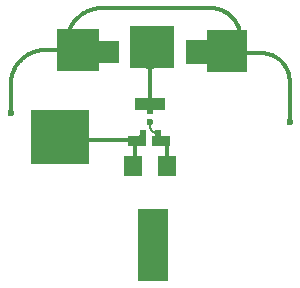
<source format=gtl>
G04 EAGLE Gerber X2 export*
G75*
%MOMM*%
%FSLAX34Y34*%
%LPD*%
%AMOC8*
5,1,8,0,0,1.08239X$1,22.5*%
G01*
%ADD10R,3.724963X3.555644*%
%ADD11R,3.555644X3.555644*%
%ADD12R,2.201113X1.947138*%
%ADD13R,3.555644X2.031794*%
%ADD14R,3.470981X3.640300*%
%ADD15R,4.910175X4.571544*%
%ADD16R,1.608506X0.846581*%
%ADD17R,1.608500X0.846581*%
%ADD18R,2.540000X1.016000*%
%ADD19R,2.540000X6.096000*%
%ADD20R,0.635000X1.270000*%
%ADD21R,0.600000X0.550000*%
%ADD22R,1.600000X1.803000*%
%ADD23C,0.203200*%
%ADD24C,0.304800*%
%ADD25C,0.600000*%


D10*
X128680Y190481D03*
D11*
X66033Y187941D03*
D12*
X89738Y186671D03*
D13*
X175242Y186248D03*
D14*
X191751Y187518D03*
D15*
X50795Y114289D03*
D16*
X115558Y110902D03*
D17*
X136300Y110902D03*
D18*
X127000Y142240D03*
D19*
X129540Y22860D03*
D20*
X67089Y111352D03*
D21*
X120500Y117750D03*
X133500Y117750D03*
X127000Y136250D03*
D20*
X127000Y177800D03*
D22*
X141220Y90170D03*
X112780Y90170D03*
D20*
X203460Y198144D03*
X56171Y187985D03*
D23*
X120500Y117750D02*
X118539Y115999D01*
X118537Y115871D01*
X118531Y115743D01*
X118522Y115615D01*
X118508Y115488D01*
X118491Y115361D01*
X118470Y115235D01*
X118445Y115109D01*
X118416Y114985D01*
X118383Y114861D01*
X118347Y114738D01*
X118307Y114616D01*
X118264Y114496D01*
X118216Y114377D01*
X118166Y114259D01*
X118111Y114143D01*
X118053Y114029D01*
X117992Y113917D01*
X117928Y113806D01*
X117860Y113697D01*
X117789Y113591D01*
X117714Y113487D01*
X117637Y113385D01*
X117556Y113285D01*
X117473Y113188D01*
X117387Y113093D01*
X117297Y113002D01*
X117206Y112912D01*
X117111Y112826D01*
X117014Y112743D01*
X116914Y112662D01*
X116812Y112585D01*
X116708Y112510D01*
X116602Y112439D01*
X116493Y112371D01*
X116382Y112307D01*
X116270Y112246D01*
X116156Y112188D01*
X116040Y112133D01*
X115922Y112083D01*
X115803Y112035D01*
X115683Y111992D01*
X115561Y111952D01*
X115438Y111916D01*
X115314Y111883D01*
X115190Y111854D01*
X115064Y111829D01*
X114938Y111808D01*
X114811Y111791D01*
X114684Y111777D01*
X114556Y111768D01*
X114428Y111762D01*
X114300Y111760D01*
D24*
X114300Y91160D01*
D23*
X114284Y91093D01*
X114264Y91026D01*
X114241Y90961D01*
X114214Y90896D01*
X114184Y90834D01*
X114150Y90773D01*
X114113Y90714D01*
X114073Y90657D01*
X114030Y90603D01*
X113984Y90551D01*
X113935Y90501D01*
X113884Y90454D01*
X113830Y90410D01*
X113774Y90369D01*
X113716Y90331D01*
X113656Y90297D01*
X113594Y90265D01*
X113530Y90237D01*
X113465Y90213D01*
X113399Y90192D01*
X113332Y90174D01*
X113264Y90161D01*
X113195Y90151D01*
X113126Y90145D01*
X113056Y90142D01*
X112987Y90143D01*
X112917Y90148D01*
X112848Y90157D01*
X112780Y90170D01*
D24*
X114300Y111760D02*
X67497Y111760D01*
D23*
X67459Y111758D01*
X67422Y111753D01*
X67385Y111744D01*
X67350Y111732D01*
X67315Y111717D01*
X67282Y111699D01*
X67251Y111678D01*
X67222Y111654D01*
X67195Y111627D01*
X67171Y111598D01*
X67150Y111567D01*
X67132Y111534D01*
X67117Y111499D01*
X67105Y111464D01*
X67096Y111427D01*
X67091Y111390D01*
X67089Y111352D01*
X127000Y177800D02*
X127035Y177849D01*
X127067Y177899D01*
X127096Y177952D01*
X127122Y178006D01*
X127145Y178062D01*
X127164Y178119D01*
X127179Y178177D01*
X127191Y178236D01*
X127200Y178296D01*
X127205Y178355D01*
X127206Y178416D01*
X127204Y178476D01*
X127198Y178535D01*
X127188Y178595D01*
X127175Y178653D01*
X127158Y178711D01*
X127138Y178768D01*
X127114Y178823D01*
X127088Y178877D01*
X127058Y178929D01*
X127024Y178979D01*
X126988Y179027D01*
X126949Y179073D01*
X126908Y179116D01*
X126864Y179157D01*
X126817Y179195D01*
X126864Y179157D01*
X126908Y179116D01*
X126949Y179073D01*
X126988Y179027D01*
X127024Y178979D01*
X127058Y178929D01*
X127088Y178877D01*
X127114Y178823D01*
X127138Y178768D01*
X127158Y178711D01*
X127175Y178653D01*
X127188Y178595D01*
X127198Y178535D01*
X127204Y178476D01*
X127206Y178416D01*
X127205Y178355D01*
X127200Y178296D01*
X127191Y178236D01*
X127179Y178177D01*
X127164Y178119D01*
X127145Y178062D01*
X127122Y178006D01*
X127096Y177952D01*
X127067Y177899D01*
X127035Y177849D01*
X127000Y177800D01*
D24*
X127000Y136250D01*
D25*
X127000Y127000D03*
D23*
X127000Y123035D01*
X127000Y123036D02*
X127018Y122884D01*
X127039Y122733D01*
X127065Y122583D01*
X127094Y122433D01*
X127127Y122284D01*
X127164Y122136D01*
X127205Y121989D01*
X127249Y121843D01*
X127297Y121698D01*
X127349Y121555D01*
X127405Y121413D01*
X127464Y121272D01*
X127527Y121133D01*
X127593Y120996D01*
X127663Y120860D01*
X127737Y120727D01*
X127813Y120595D01*
X127893Y120465D01*
X127977Y120337D01*
X128064Y120212D01*
X128154Y120089D01*
X128247Y119968D01*
X128343Y119850D01*
X128442Y119734D01*
X128544Y119620D01*
X128649Y119510D01*
X128757Y119402D01*
X128868Y119297D01*
X128981Y119195D01*
X129097Y119095D01*
X129215Y118999D01*
X129336Y118906D01*
X129459Y118816D01*
X129584Y118729D01*
X129712Y118645D01*
X129842Y118565D01*
X129974Y118488D01*
X130107Y118415D01*
X130243Y118345D01*
X130380Y118278D01*
X130519Y118215D01*
X130660Y118156D01*
X130802Y118100D01*
X130945Y118048D01*
X131090Y118000D01*
X131236Y117956D01*
X131383Y117915D01*
X131531Y117878D01*
X131679Y117845D01*
X131829Y117815D01*
X131980Y117790D01*
X132131Y117768D01*
X132282Y117751D01*
X132434Y117737D01*
X132586Y117727D01*
X132739Y117721D01*
X132891Y117719D01*
X133044Y117721D01*
X133196Y117727D01*
X133348Y117737D01*
X133500Y117750D01*
X140970Y96128D02*
X140885Y96033D01*
X140803Y95936D01*
X140724Y95836D01*
X140648Y95733D01*
X140576Y95629D01*
X140506Y95522D01*
X140440Y95413D01*
X140377Y95302D01*
X140317Y95190D01*
X140261Y95075D01*
X140208Y94959D01*
X140159Y94842D01*
X140114Y94723D01*
X140072Y94603D01*
X140034Y94481D01*
X139999Y94359D01*
X139968Y94235D01*
X139941Y94111D01*
X139917Y93985D01*
X139898Y93860D01*
X139882Y93733D01*
X139870Y93606D01*
X139862Y93479D01*
X139858Y93352D01*
X139857Y93225D01*
X139861Y93097D01*
X139868Y92970D01*
X139879Y92843D01*
X139894Y92717D01*
X139913Y92591D01*
X139935Y92465D01*
X139962Y92341D01*
X139992Y92217D01*
X140025Y92094D01*
X140063Y91972D01*
X140104Y91852D01*
X140149Y91732D01*
X140197Y91615D01*
X140249Y91498D01*
X140304Y91384D01*
X140363Y91271D01*
X140425Y91159D01*
X140491Y91050D01*
X140560Y90943D01*
X140632Y90838D01*
X140707Y90735D01*
X140785Y90635D01*
X140866Y90536D01*
X140951Y90441D01*
X141038Y90348D01*
X141127Y90257D01*
X141220Y90170D01*
D24*
X140970Y96128D02*
X140970Y110490D01*
D23*
X140800Y110430D01*
X140629Y110374D01*
X140456Y110322D01*
X140282Y110274D01*
X140107Y110231D01*
X139931Y110192D01*
X139754Y110157D01*
X139577Y110127D01*
X139398Y110101D01*
X139219Y110080D01*
X139040Y110062D01*
X138860Y110050D01*
X138680Y110041D01*
X138500Y110037D01*
X138320Y110038D01*
X138140Y110043D01*
X137960Y110052D01*
X137780Y110066D01*
X137601Y110084D01*
X137422Y110107D01*
X137244Y110133D01*
X137066Y110165D01*
X136889Y110200D01*
X136714Y110240D01*
X136539Y110285D01*
X136365Y110333D01*
X136193Y110386D01*
X136022Y110443D01*
X135852Y110504D01*
X135684Y110570D01*
X135518Y110639D01*
X135353Y110712D01*
X135191Y110790D01*
X135030Y110871D01*
X134871Y110957D01*
X134715Y111046D01*
X134560Y111139D01*
X134408Y111236D01*
X134259Y111337D01*
X134112Y111441D01*
X133967Y111549D01*
X133825Y111660D01*
X133686Y111775D01*
X133550Y111893D01*
X133417Y112014D01*
X133287Y112139D01*
X133160Y112267D01*
X133036Y112397D01*
X132915Y112531D01*
X132798Y112668D01*
X132684Y112808D01*
X132573Y112950D01*
X132466Y113095D01*
X132363Y113243D01*
X132263Y113393D01*
X132167Y113546D01*
X132075Y113700D01*
X131986Y113857D01*
X131902Y114017D01*
X131821Y114178D01*
X131745Y114341D01*
X131672Y114506D01*
X131604Y114673D01*
X131539Y114841D01*
X133500Y117750D01*
X56171Y187985D02*
X56171Y193331D01*
D24*
X56180Y194060D01*
X56206Y194790D01*
X56250Y195518D01*
X56312Y196245D01*
X56391Y196970D01*
X56488Y197693D01*
X56602Y198414D01*
X56733Y199131D01*
X56882Y199845D01*
X57048Y200556D01*
X57231Y201262D01*
X57432Y201963D01*
X57649Y202660D01*
X57882Y203351D01*
X58133Y204036D01*
X58400Y204715D01*
X58683Y205387D01*
X58982Y206053D01*
X59298Y206711D01*
X59629Y207361D01*
X59976Y208002D01*
X60338Y208636D01*
X60715Y209260D01*
X61108Y209875D01*
X61515Y210480D01*
X61937Y211076D01*
X62372Y211661D01*
X62822Y212235D01*
X63286Y212798D01*
X63763Y213350D01*
X64254Y213890D01*
X64757Y214418D01*
X65273Y214934D01*
X65801Y215437D01*
X66341Y215928D01*
X66893Y216405D01*
X67456Y216869D01*
X68030Y217319D01*
X68615Y217754D01*
X69211Y218176D01*
X69816Y218583D01*
X70431Y218976D01*
X71055Y219353D01*
X71689Y219715D01*
X72330Y220062D01*
X72980Y220393D01*
X73638Y220709D01*
X74304Y221008D01*
X74976Y221291D01*
X75655Y221558D01*
X76340Y221809D01*
X77031Y222042D01*
X77728Y222259D01*
X78429Y222460D01*
X79135Y222643D01*
X79846Y222809D01*
X80560Y222958D01*
X81277Y223089D01*
X81998Y223203D01*
X82721Y223300D01*
X83446Y223379D01*
X84173Y223441D01*
X84901Y223485D01*
X85631Y223511D01*
X86360Y223520D01*
X178084Y223520D01*
X178697Y223513D01*
X179310Y223490D01*
X179922Y223453D01*
X180533Y223402D01*
X181143Y223335D01*
X181751Y223254D01*
X182356Y223158D01*
X182959Y223047D01*
X183560Y222922D01*
X184157Y222783D01*
X184750Y222629D01*
X185340Y222460D01*
X185926Y222278D01*
X186506Y222081D01*
X187082Y221871D01*
X187653Y221647D01*
X188218Y221409D01*
X188777Y221157D01*
X189330Y220892D01*
X189877Y220613D01*
X190416Y220322D01*
X190949Y220017D01*
X191473Y219700D01*
X191990Y219370D01*
X192499Y219028D01*
X193000Y218674D01*
X193491Y218307D01*
X193974Y217929D01*
X194448Y217539D01*
X194911Y217138D01*
X195365Y216726D01*
X195809Y216303D01*
X196243Y215869D01*
X196666Y215425D01*
X197078Y214971D01*
X197479Y214508D01*
X197869Y214034D01*
X198247Y213551D01*
X198614Y213060D01*
X198968Y212559D01*
X199310Y212050D01*
X199640Y211533D01*
X199957Y211009D01*
X200262Y210476D01*
X200553Y209937D01*
X200832Y209390D01*
X201097Y208837D01*
X201349Y208278D01*
X201587Y207713D01*
X201811Y207142D01*
X202021Y206566D01*
X202218Y205986D01*
X202400Y205400D01*
X202569Y204810D01*
X202723Y204217D01*
X202862Y203620D01*
X202987Y203019D01*
X203098Y202416D01*
X203194Y201811D01*
X203275Y201203D01*
X203342Y200593D01*
X203393Y199982D01*
X203430Y199370D01*
X203453Y198757D01*
X203460Y198144D01*
X56146Y187960D02*
X38100Y187960D01*
D23*
X56146Y187960D02*
X56154Y187961D01*
X56161Y187965D01*
X56166Y187970D01*
X56170Y187977D01*
X56171Y187985D01*
D24*
X208280Y185420D02*
X220980Y185420D01*
D23*
X208280Y185420D02*
X208140Y185422D01*
X208000Y185428D01*
X207860Y185437D01*
X207721Y185451D01*
X207582Y185468D01*
X207444Y185489D01*
X207306Y185514D01*
X207169Y185543D01*
X207033Y185575D01*
X206898Y185612D01*
X206764Y185652D01*
X206631Y185695D01*
X206499Y185743D01*
X206368Y185793D01*
X206239Y185848D01*
X206112Y185906D01*
X205986Y185967D01*
X205862Y186032D01*
X205740Y186101D01*
X205620Y186172D01*
X205502Y186247D01*
X205385Y186325D01*
X205271Y186407D01*
X205160Y186491D01*
X205051Y186579D01*
X204944Y186669D01*
X204839Y186763D01*
X204738Y186859D01*
X204639Y186958D01*
X204543Y187059D01*
X204449Y187164D01*
X204359Y187271D01*
X204271Y187380D01*
X204187Y187491D01*
X204105Y187605D01*
X204027Y187722D01*
X203952Y187840D01*
X203881Y187960D01*
X203812Y188082D01*
X203747Y188206D01*
X203686Y188332D01*
X203628Y188459D01*
X203573Y188588D01*
X203523Y188719D01*
X203475Y188851D01*
X203432Y188984D01*
X203392Y189118D01*
X203355Y189253D01*
X203323Y189389D01*
X203294Y189526D01*
X203269Y189664D01*
X203248Y189802D01*
X203231Y189941D01*
X203217Y190080D01*
X203208Y190220D01*
X203202Y190360D01*
X203200Y190500D01*
X203200Y197885D01*
X203202Y197916D01*
X203208Y197947D01*
X203217Y197977D01*
X203230Y198006D01*
X203246Y198033D01*
X203265Y198057D01*
X203288Y198080D01*
X203312Y198099D01*
X203339Y198115D01*
X203368Y198128D01*
X203398Y198137D01*
X203429Y198143D01*
X203460Y198145D01*
D25*
X8890Y134620D03*
D24*
X8890Y158750D01*
X8899Y159456D01*
X8924Y160161D01*
X8967Y160866D01*
X9026Y161569D01*
X9103Y162271D01*
X9197Y162971D01*
X9307Y163668D01*
X9434Y164362D01*
X9578Y165053D01*
X9739Y165740D01*
X9916Y166424D01*
X10110Y167102D01*
X10320Y167776D01*
X10546Y168445D01*
X10788Y169108D01*
X11046Y169765D01*
X11320Y170415D01*
X11610Y171059D01*
X11915Y171696D01*
X12236Y172325D01*
X12571Y172946D01*
X12922Y173558D01*
X13287Y174162D01*
X13667Y174757D01*
X14061Y175343D01*
X14469Y175919D01*
X14890Y176485D01*
X15326Y177041D01*
X15774Y177586D01*
X16236Y178120D01*
X16710Y178642D01*
X17197Y179154D01*
X17696Y179653D01*
X18208Y180140D01*
X18730Y180614D01*
X19264Y181076D01*
X19809Y181524D01*
X20365Y181960D01*
X20931Y182381D01*
X21507Y182789D01*
X22093Y183183D01*
X22688Y183563D01*
X23292Y183928D01*
X23904Y184279D01*
X24525Y184614D01*
X25154Y184935D01*
X25791Y185240D01*
X26435Y185530D01*
X27085Y185804D01*
X27742Y186062D01*
X28405Y186304D01*
X29074Y186530D01*
X29748Y186740D01*
X30426Y186934D01*
X31110Y187111D01*
X31797Y187272D01*
X32488Y187416D01*
X33182Y187543D01*
X33879Y187653D01*
X34579Y187747D01*
X35281Y187824D01*
X35984Y187883D01*
X36689Y187926D01*
X37394Y187951D01*
X38100Y187960D01*
D25*
X245110Y127000D03*
D24*
X245110Y161290D01*
X245103Y161873D01*
X245082Y162456D01*
X245047Y163038D01*
X244997Y163619D01*
X244934Y164199D01*
X244857Y164777D01*
X244766Y165352D01*
X244660Y165926D01*
X244542Y166497D01*
X244409Y167065D01*
X244262Y167629D01*
X244102Y168190D01*
X243929Y168747D01*
X243742Y169299D01*
X243542Y169847D01*
X243329Y170389D01*
X243102Y170927D01*
X242863Y171458D01*
X242611Y171984D01*
X242346Y172504D01*
X242069Y173017D01*
X241779Y173523D01*
X241478Y174022D01*
X241164Y174514D01*
X240839Y174997D01*
X240502Y175473D01*
X240153Y175941D01*
X239794Y176400D01*
X239423Y176850D01*
X239042Y177291D01*
X238650Y177723D01*
X238247Y178145D01*
X237835Y178557D01*
X237413Y178960D01*
X236981Y179352D01*
X236540Y179733D01*
X236090Y180104D01*
X235631Y180463D01*
X235163Y180812D01*
X234687Y181149D01*
X234204Y181474D01*
X233712Y181788D01*
X233213Y182089D01*
X232707Y182379D01*
X232194Y182656D01*
X231674Y182921D01*
X231148Y183173D01*
X230617Y183412D01*
X230079Y183639D01*
X229537Y183852D01*
X228989Y184052D01*
X228437Y184239D01*
X227880Y184412D01*
X227319Y184572D01*
X226755Y184719D01*
X226187Y184852D01*
X225616Y184970D01*
X225042Y185076D01*
X224467Y185167D01*
X223889Y185244D01*
X223309Y185307D01*
X222728Y185357D01*
X222146Y185392D01*
X221563Y185413D01*
X220980Y185420D01*
M02*

</source>
